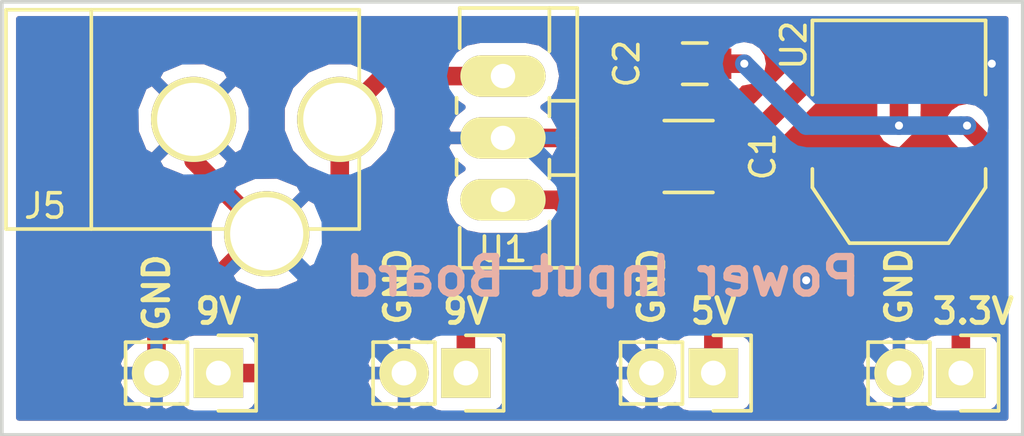
<source format=kicad_pcb>
(kicad_pcb (version 4) (host pcbnew 4.0.1-3.201512221402+6198~38~ubuntu14.04.1-stable)

  (general
    (links 18)
    (no_connects 0)
    (area 97.714999 86.284999 139.775001 104.215001)
    (thickness 1.6)
    (drawings 13)
    (tracks 67)
    (zones 0)
    (modules 9)
    (nets 5)
  )

  (page A4)
  (title_block
    (company "Released under the CERN Open Hardware License v1.2")
    (comment 1 jeh.wicker@gmail.com)
    (comment 2 "Jenner Hanni")
    (comment 3 "Wickerbox Electronics")
  )

  (layers
    (0 F.Cu signal)
    (31 B.Cu signal)
    (34 B.Paste user)
    (35 F.Paste user)
    (36 B.SilkS user)
    (37 F.SilkS user)
    (38 B.Mask user)
    (39 F.Mask user)
    (44 Edge.Cuts user)
  )

  (setup
    (last_trace_width 0.762)
    (user_trace_width 0.1524)
    (user_trace_width 0.254)
    (user_trace_width 0.3302)
    (user_trace_width 0.508)
    (user_trace_width 0.762)
    (trace_clearance 0.254)
    (zone_clearance 0.508)
    (zone_45_only no)
    (trace_min 0.1524)
    (segment_width 0.2)
    (edge_width 0.15)
    (via_size 0.6858)
    (via_drill 0.3302)
    (via_min_size 0.6858)
    (via_min_drill 0.3302)
    (user_via 0.6858 0.3302)
    (user_via 0.762 0.4064)
    (user_via 0.8636 0.508)
    (uvia_size 0.762)
    (uvia_drill 0.508)
    (uvias_allowed no)
    (uvia_min_size 0)
    (uvia_min_drill 0)
    (pcb_text_width 0.3)
    (pcb_text_size 1.5 1.5)
    (mod_edge_width 0.15)
    (mod_text_size 1 1)
    (mod_text_width 0.15)
    (pad_size 3.5052 3.5052)
    (pad_drill 2.9972)
    (pad_to_mask_clearance 0.2)
    (aux_axis_origin 0 0)
    (visible_elements FFFEDF7D)
    (pcbplotparams
      (layerselection 0x010fc_80000001)
      (usegerberextensions true)
      (excludeedgelayer true)
      (linewidth 0.100000)
      (plotframeref false)
      (viasonmask false)
      (mode 1)
      (useauxorigin false)
      (hpglpennumber 1)
      (hpglpenspeed 20)
      (hpglpendiameter 15)
      (hpglpenoverlay 2)
      (psnegative false)
      (psa4output false)
      (plotreference true)
      (plotvalue true)
      (plotinvisibletext false)
      (padsonsilk false)
      (subtractmaskfromsilk false)
      (outputformat 1)
      (mirror false)
      (drillshape 0)
      (scaleselection 1)
      (outputdirectory gerbers))
  )

  (net 0 "")
  (net 1 GND)
  (net 2 +5V)
  (net 3 +3V3)
  (net 4 +9V)

  (net_class Default "This is the default net class."
    (clearance 0.254)
    (trace_width 0.1524)
    (via_dia 0.6858)
    (via_drill 0.3302)
    (uvia_dia 0.762)
    (uvia_drill 0.508)
    (add_net +3V3)
    (add_net +5V)
    (add_net +9V)
    (add_net GND)
  )

  (net_class Power ""
    (clearance 0.3302)
    (trace_width 0.508)
    (via_dia 0.762)
    (via_drill 0.4064)
    (uvia_dia 0.762)
    (uvia_drill 0.508)
  )

  (module Wickerlib:Pin_Header_Straight_1x02 (layer F.Cu) (tedit 57314A21) (tstamp 57314722)
    (at 106.68 101.6 270)
    (descr "Through hole pin header")
    (tags "pin header")
    (path /57318C24)
    (fp_text reference J1 (at 0 -5.1 270) (layer F.SilkS) hide
      (effects (font (size 1 1) (thickness 0.15)))
    )
    (fp_text value HEADER-MALE-2POS-TH-1x02-P0.1IN (at 0 -3.1 270) (layer F.Fab)
      (effects (font (size 1 1) (thickness 0.15)))
    )
    (fp_line (start 1.27 1.27) (end 1.27 3.81) (layer F.SilkS) (width 0.15))
    (fp_line (start 1.55 -1.55) (end 1.55 0) (layer F.SilkS) (width 0.15))
    (fp_line (start -1.75 -1.75) (end -1.75 4.3) (layer F.CrtYd) (width 0.05))
    (fp_line (start 1.75 -1.75) (end 1.75 4.3) (layer F.CrtYd) (width 0.05))
    (fp_line (start -1.75 -1.75) (end 1.75 -1.75) (layer F.CrtYd) (width 0.05))
    (fp_line (start -1.75 4.3) (end 1.75 4.3) (layer F.CrtYd) (width 0.05))
    (fp_line (start 1.27 1.27) (end -1.27 1.27) (layer F.SilkS) (width 0.15))
    (fp_line (start -1.55 0) (end -1.55 -1.55) (layer F.SilkS) (width 0.15))
    (fp_line (start -1.55 -1.55) (end 1.55 -1.55) (layer F.SilkS) (width 0.15))
    (fp_line (start -1.27 1.27) (end -1.27 3.81) (layer F.SilkS) (width 0.15))
    (fp_line (start -1.27 3.81) (end 1.27 3.81) (layer F.SilkS) (width 0.15))
    (pad 1 thru_hole rect (at 0 0 270) (size 2.032 2.032) (drill 1.016) (layers *.Cu *.Mask F.SilkS)
      (net 4 +9V))
    (pad 2 thru_hole oval (at 0 2.54 270) (size 2.032 2.032) (drill 1.016) (layers *.Cu *.Mask F.SilkS)
      (net 1 GND))
    (model Pin_Headers.3dshapes/Pin_Header_Straight_1x02.wrl
      (at (xyz 0 -0.05 0))
      (scale (xyz 1 1 1))
      (rotate (xyz 0 0 90))
    )
  )

  (module Wickerlib:Pin_Header_Straight_1x02 (layer F.Cu) (tedit 57314A23) (tstamp 57314728)
    (at 116.84 101.6 270)
    (descr "Through hole pin header")
    (tags "pin header")
    (path /57318D09)
    (fp_text reference J2 (at 0 -5.1 270) (layer F.SilkS) hide
      (effects (font (size 1 1) (thickness 0.15)))
    )
    (fp_text value HEADER-MALE-2POS-TH-1x02-P0.1IN (at 0 -3.1 270) (layer F.Fab)
      (effects (font (size 1 1) (thickness 0.15)))
    )
    (fp_line (start 1.27 1.27) (end 1.27 3.81) (layer F.SilkS) (width 0.15))
    (fp_line (start 1.55 -1.55) (end 1.55 0) (layer F.SilkS) (width 0.15))
    (fp_line (start -1.75 -1.75) (end -1.75 4.3) (layer F.CrtYd) (width 0.05))
    (fp_line (start 1.75 -1.75) (end 1.75 4.3) (layer F.CrtYd) (width 0.05))
    (fp_line (start -1.75 -1.75) (end 1.75 -1.75) (layer F.CrtYd) (width 0.05))
    (fp_line (start -1.75 4.3) (end 1.75 4.3) (layer F.CrtYd) (width 0.05))
    (fp_line (start 1.27 1.27) (end -1.27 1.27) (layer F.SilkS) (width 0.15))
    (fp_line (start -1.55 0) (end -1.55 -1.55) (layer F.SilkS) (width 0.15))
    (fp_line (start -1.55 -1.55) (end 1.55 -1.55) (layer F.SilkS) (width 0.15))
    (fp_line (start -1.27 1.27) (end -1.27 3.81) (layer F.SilkS) (width 0.15))
    (fp_line (start -1.27 3.81) (end 1.27 3.81) (layer F.SilkS) (width 0.15))
    (pad 1 thru_hole rect (at 0 0 270) (size 2.032 2.032) (drill 1.016) (layers *.Cu *.Mask F.SilkS)
      (net 4 +9V))
    (pad 2 thru_hole oval (at 0 2.54 270) (size 2.032 2.032) (drill 1.016) (layers *.Cu *.Mask F.SilkS)
      (net 1 GND))
    (model Pin_Headers.3dshapes/Pin_Header_Straight_1x02.wrl
      (at (xyz 0 -0.05 0))
      (scale (xyz 1 1 1))
      (rotate (xyz 0 0 90))
    )
  )

  (module Wickerlib:Pin_Header_Straight_1x02 (layer F.Cu) (tedit 57314A25) (tstamp 5731472E)
    (at 127 101.6 270)
    (descr "Through hole pin header")
    (tags "pin header")
    (path /57318D72)
    (fp_text reference J3 (at 0 -5.1 270) (layer F.SilkS) hide
      (effects (font (size 1 1) (thickness 0.15)))
    )
    (fp_text value HEADER-MALE-2POS-TH-1x02-P0.1IN (at 0 -3.1 270) (layer F.Fab)
      (effects (font (size 1 1) (thickness 0.15)))
    )
    (fp_line (start 1.27 1.27) (end 1.27 3.81) (layer F.SilkS) (width 0.15))
    (fp_line (start 1.55 -1.55) (end 1.55 0) (layer F.SilkS) (width 0.15))
    (fp_line (start -1.75 -1.75) (end -1.75 4.3) (layer F.CrtYd) (width 0.05))
    (fp_line (start 1.75 -1.75) (end 1.75 4.3) (layer F.CrtYd) (width 0.05))
    (fp_line (start -1.75 -1.75) (end 1.75 -1.75) (layer F.CrtYd) (width 0.05))
    (fp_line (start -1.75 4.3) (end 1.75 4.3) (layer F.CrtYd) (width 0.05))
    (fp_line (start 1.27 1.27) (end -1.27 1.27) (layer F.SilkS) (width 0.15))
    (fp_line (start -1.55 0) (end -1.55 -1.55) (layer F.SilkS) (width 0.15))
    (fp_line (start -1.55 -1.55) (end 1.55 -1.55) (layer F.SilkS) (width 0.15))
    (fp_line (start -1.27 1.27) (end -1.27 3.81) (layer F.SilkS) (width 0.15))
    (fp_line (start -1.27 3.81) (end 1.27 3.81) (layer F.SilkS) (width 0.15))
    (pad 1 thru_hole rect (at 0 0 270) (size 2.032 2.032) (drill 1.016) (layers *.Cu *.Mask F.SilkS)
      (net 2 +5V))
    (pad 2 thru_hole oval (at 0 2.54 270) (size 2.032 2.032) (drill 1.016) (layers *.Cu *.Mask F.SilkS)
      (net 1 GND))
    (model Pin_Headers.3dshapes/Pin_Header_Straight_1x02.wrl
      (at (xyz 0 -0.05 0))
      (scale (xyz 1 1 1))
      (rotate (xyz 0 0 90))
    )
  )

  (module Wickerlib:Pin_Header_Straight_1x02 (layer F.Cu) (tedit 57314A28) (tstamp 57314734)
    (at 137.16 101.6 270)
    (descr "Through hole pin header")
    (tags "pin header")
    (path /57318DE0)
    (fp_text reference J4 (at 0 -5.1 270) (layer F.SilkS) hide
      (effects (font (size 1 1) (thickness 0.15)))
    )
    (fp_text value HEADER-MALE-2POS-TH-1x02-P0.1IN (at 0 -3.1 270) (layer F.Fab)
      (effects (font (size 1 1) (thickness 0.15)))
    )
    (fp_line (start 1.27 1.27) (end 1.27 3.81) (layer F.SilkS) (width 0.15))
    (fp_line (start 1.55 -1.55) (end 1.55 0) (layer F.SilkS) (width 0.15))
    (fp_line (start -1.75 -1.75) (end -1.75 4.3) (layer F.CrtYd) (width 0.05))
    (fp_line (start 1.75 -1.75) (end 1.75 4.3) (layer F.CrtYd) (width 0.05))
    (fp_line (start -1.75 -1.75) (end 1.75 -1.75) (layer F.CrtYd) (width 0.05))
    (fp_line (start -1.75 4.3) (end 1.75 4.3) (layer F.CrtYd) (width 0.05))
    (fp_line (start 1.27 1.27) (end -1.27 1.27) (layer F.SilkS) (width 0.15))
    (fp_line (start -1.55 0) (end -1.55 -1.55) (layer F.SilkS) (width 0.15))
    (fp_line (start -1.55 -1.55) (end 1.55 -1.55) (layer F.SilkS) (width 0.15))
    (fp_line (start -1.27 1.27) (end -1.27 3.81) (layer F.SilkS) (width 0.15))
    (fp_line (start -1.27 3.81) (end 1.27 3.81) (layer F.SilkS) (width 0.15))
    (pad 1 thru_hole rect (at 0 0 270) (size 2.032 2.032) (drill 1.016) (layers *.Cu *.Mask F.SilkS)
      (net 3 +3V3))
    (pad 2 thru_hole oval (at 0 2.54 270) (size 2.032 2.032) (drill 1.016) (layers *.Cu *.Mask F.SilkS)
      (net 1 GND))
    (model Pin_Headers.3dshapes/Pin_Header_Straight_1x02.wrl
      (at (xyz 0 -0.05 0))
      (scale (xyz 1 1 1))
      (rotate (xyz 0 0 90))
    )
  )

  (module Wickerlib:BARREL_JACK (layer F.Cu) (tedit 57243FED) (tstamp 5731473B)
    (at 105.46334 91.186)
    (descr "DC Barrel Jack")
    (tags "Power Jack")
    (path /57315B33)
    (fp_text reference J5 (at -5.89534 3.556 180) (layer F.SilkS)
      (effects (font (size 1 1) (thickness 0.15)))
    )
    (fp_text value BARREL_JACK (at 0 -5.99948) (layer F.Fab)
      (effects (font (size 1 1) (thickness 0.15)))
    )
    (fp_line (start -4.0005 -4.50088) (end -4.0005 4.50088) (layer F.SilkS) (width 0.15))
    (fp_line (start -7.50062 -4.50088) (end -7.50062 4.50088) (layer F.SilkS) (width 0.15))
    (fp_line (start -7.50062 4.50088) (end 7.00024 4.50088) (layer F.SilkS) (width 0.15))
    (fp_line (start 7.00024 4.50088) (end 7.00024 -4.50088) (layer F.SilkS) (width 0.15))
    (fp_line (start 7.00024 -4.50088) (end -7.50062 -4.50088) (layer F.SilkS) (width 0.15))
    (pad 1 thru_hole circle (at 6.20014 0) (size 3.50012 3.50012) (drill 2.99974) (layers *.Cu *.Mask F.SilkS)
      (net 4 +9V))
    (pad 2 thru_hole circle (at 0.20066 0) (size 3.50012 3.50012) (drill 2.99974) (layers *.Cu *.Mask F.SilkS)
      (net 1 GND))
    (pad 3 thru_hole circle (at 3.2004 4.699) (size 3.50012 3.50012) (drill 2.99974) (layers *.Cu *.Mask F.SilkS)
      (net 1 GND))
  )

  (module Wickerlib:TO-220_Neutral123_Vertical_LargePads (layer F.Cu) (tedit 0) (tstamp 57314742)
    (at 118.364 91.948 270)
    (descr "TO-220, Neutral, Vertical, Large Pads,")
    (tags "TO-220, Neutral, Vertical, Large Pads,")
    (path /573180B5)
    (fp_text reference U1 (at 4.572 0 360) (layer F.SilkS)
      (effects (font (size 1 1) (thickness 0.15)))
    )
    (fp_text value NCP7805-5V (at 0 3.81 270) (layer F.Fab)
      (effects (font (size 1 1) (thickness 0.15)))
    )
    (fp_line (start 5.334 -1.905) (end 3.429 -1.905) (layer F.SilkS) (width 0.15))
    (fp_line (start 0.889 -1.905) (end 1.651 -1.905) (layer F.SilkS) (width 0.15))
    (fp_line (start -1.524 -1.905) (end -1.651 -1.905) (layer F.SilkS) (width 0.15))
    (fp_line (start -1.524 -1.905) (end -0.889 -1.905) (layer F.SilkS) (width 0.15))
    (fp_line (start -5.334 -1.905) (end -3.556 -1.905) (layer F.SilkS) (width 0.15))
    (fp_line (start -5.334 1.778) (end -3.683 1.778) (layer F.SilkS) (width 0.15))
    (fp_line (start -1.016 1.905) (end -1.651 1.905) (layer F.SilkS) (width 0.15))
    (fp_line (start 1.524 1.905) (end 0.889 1.905) (layer F.SilkS) (width 0.15))
    (fp_line (start 5.334 1.778) (end 3.683 1.778) (layer F.SilkS) (width 0.15))
    (fp_line (start -1.524 -3.048) (end -1.524 -1.905) (layer F.SilkS) (width 0.15))
    (fp_line (start 1.524 -3.048) (end 1.524 -1.905) (layer F.SilkS) (width 0.15))
    (fp_line (start 5.334 -1.905) (end 5.334 1.778) (layer F.SilkS) (width 0.15))
    (fp_line (start -5.334 1.778) (end -5.334 -1.905) (layer F.SilkS) (width 0.15))
    (fp_line (start 5.334 -3.048) (end 5.334 -1.905) (layer F.SilkS) (width 0.15))
    (fp_line (start -5.334 -1.905) (end -5.334 -3.048) (layer F.SilkS) (width 0.15))
    (fp_line (start 0 -3.048) (end -5.334 -3.048) (layer F.SilkS) (width 0.15))
    (fp_line (start 0 -3.048) (end 5.334 -3.048) (layer F.SilkS) (width 0.15))
    (pad 2 thru_hole oval (at 0 0) (size 3.50012 1.69926) (drill 1.00076) (layers *.Cu *.Mask F.SilkS)
      (net 1 GND))
    (pad 1 thru_hole oval (at -2.54 0) (size 3.50012 1.69926) (drill 1.00076) (layers *.Cu *.Mask F.SilkS)
      (net 4 +9V))
    (pad 3 thru_hole oval (at 2.54 0) (size 3.50012 1.69926) (drill 1.00076) (layers *.Cu *.Mask F.SilkS)
      (net 2 +5V))
    (model TO_SOT_Packages_THT.3dshapes/TO-220_Neutral123_Vertical_LargePads.wrl
      (at (xyz 0 0 0))
      (scale (xyz 0.3937 0.3937 0.3937))
      (rotate (xyz 0 0 0))
    )
  )

  (module Wickerlib:0805 (layer F.Cu) (tedit 5415D6EA) (tstamp 56EFB066)
    (at 126.238 88.9 180)
    (descr "Capacitor SMD 0805, reflow soldering, AVX (see smccp.pdf)")
    (tags "capacitor 0805")
    (path /5731911C)
    (attr smd)
    (fp_text reference C2 (at 2.794 0 270) (layer F.SilkS)
      (effects (font (size 1 1) (thickness 0.15)))
    )
    (fp_text value 10uF (at 0 2.1 180) (layer F.Fab)
      (effects (font (size 1 1) (thickness 0.15)))
    )
    (fp_line (start -1.8 -1) (end 1.8 -1) (layer F.CrtYd) (width 0.05))
    (fp_line (start -1.8 1) (end 1.8 1) (layer F.CrtYd) (width 0.05))
    (fp_line (start -1.8 -1) (end -1.8 1) (layer F.CrtYd) (width 0.05))
    (fp_line (start 1.8 -1) (end 1.8 1) (layer F.CrtYd) (width 0.05))
    (fp_line (start 0.5 -0.85) (end -0.5 -0.85) (layer F.SilkS) (width 0.15))
    (fp_line (start -0.5 0.85) (end 0.5 0.85) (layer F.SilkS) (width 0.15))
    (pad 1 smd rect (at -1 0 180) (size 1 1.25) (layers F.Cu F.Paste F.Mask)
      (net 3 +3V3))
    (pad 2 smd rect (at 1 0 180) (size 1 1.25) (layers F.Cu F.Paste F.Mask)
      (net 1 GND))
    (model Capacitors_SMD.3dshapes/C_0805.wrl
      (at (xyz 0 0 0))
      (scale (xyz 1 1 1))
      (rotate (xyz 0 0 0))
    )
  )

  (module Wickerlib:1210 (layer F.Cu) (tedit 5415D85D) (tstamp 56EFB060)
    (at 125.984 92.71 180)
    (descr "Capacitor SMD 1210, reflow soldering, AVX (see smccp.pdf)")
    (tags "capacitor 1210")
    (path /57319251)
    (attr smd)
    (fp_text reference C1 (at -3.048 0 270) (layer F.SilkS)
      (effects (font (size 1 1) (thickness 0.15)))
    )
    (fp_text value 100nF (at 0 2.7 180) (layer F.Fab)
      (effects (font (size 1 1) (thickness 0.15)))
    )
    (fp_line (start -2.3 -1.6) (end 2.3 -1.6) (layer F.CrtYd) (width 0.05))
    (fp_line (start -2.3 1.6) (end 2.3 1.6) (layer F.CrtYd) (width 0.05))
    (fp_line (start -2.3 -1.6) (end -2.3 1.6) (layer F.CrtYd) (width 0.05))
    (fp_line (start 2.3 -1.6) (end 2.3 1.6) (layer F.CrtYd) (width 0.05))
    (fp_line (start 1 -1.475) (end -1 -1.475) (layer F.SilkS) (width 0.15))
    (fp_line (start -1 1.475) (end 1 1.475) (layer F.SilkS) (width 0.15))
    (pad 1 smd rect (at -1.5 0 180) (size 1 2.5) (layers F.Cu F.Paste F.Mask)
      (net 2 +5V))
    (pad 2 smd rect (at 1.5 0 180) (size 1 2.5) (layers F.Cu F.Paste F.Mask)
      (net 1 GND))
    (model Capacitors_SMD.3dshapes/C_1210.wrl
      (at (xyz 0 0 0))
      (scale (xyz 1 1 1))
      (rotate (xyz 0 0 0))
    )
  )

  (module Wickerlib:SOT-223 (layer F.Cu) (tedit 0) (tstamp 573149EE)
    (at 134.62 91.694 180)
    (descr "module CMS SOT223 4 pins")
    (tags "CMS SOT")
    (path /57324252)
    (attr smd)
    (fp_text reference U2 (at 4.318 3.556 270) (layer F.SilkS)
      (effects (font (size 1 1) (thickness 0.15)))
    )
    (fp_text value LM1117 (at 0 0.762 180) (layer F.Fab)
      (effects (font (size 1 1) (thickness 0.15)))
    )
    (fp_line (start -3.556 1.524) (end -3.556 4.572) (layer F.SilkS) (width 0.15))
    (fp_line (start -3.556 4.572) (end 3.556 4.572) (layer F.SilkS) (width 0.15))
    (fp_line (start 3.556 4.572) (end 3.556 1.524) (layer F.SilkS) (width 0.15))
    (fp_line (start -3.556 -1.524) (end -3.556 -2.286) (layer F.SilkS) (width 0.15))
    (fp_line (start -3.556 -2.286) (end -2.032 -4.572) (layer F.SilkS) (width 0.15))
    (fp_line (start -2.032 -4.572) (end 2.032 -4.572) (layer F.SilkS) (width 0.15))
    (fp_line (start 2.032 -4.572) (end 3.556 -2.286) (layer F.SilkS) (width 0.15))
    (fp_line (start 3.556 -2.286) (end 3.556 -1.524) (layer F.SilkS) (width 0.15))
    (pad 4 smd rect (at 0 -3.302 180) (size 3.6576 2.032) (layers F.Cu F.Paste F.Mask)
      (net 3 +3V3))
    (pad 2 smd rect (at 0 3.302 180) (size 1.016 2.032) (layers F.Cu F.Paste F.Mask)
      (net 3 +3V3))
    (pad 3 smd rect (at 2.286 3.302 180) (size 1.016 2.032) (layers F.Cu F.Paste F.Mask)
      (net 2 +5V))
    (pad 1 smd rect (at -2.286 3.302 180) (size 1.016 2.032) (layers F.Cu F.Paste F.Mask)
      (net 1 GND))
    (model TO_SOT_Packages_SMD.3dshapes/SOT-223.wrl
      (at (xyz 0 0 0))
      (scale (xyz 0.4 0.4 0.4))
      (rotate (xyz 0 0 0))
    )
  )

  (gr_text "Power Input Board" (at 122.4534 97.6376) (layer B.SilkS)
    (effects (font (size 1.5 1.5) (thickness 0.3)) (justify mirror))
  )
  (gr_line (start 97.79 86.36) (end 139.7 86.36) (layer Edge.Cuts) (width 0.15))
  (gr_line (start 97.79 104.14) (end 97.79 86.36) (layer Edge.Cuts) (width 0.15))
  (gr_line (start 139.7 104.14) (end 97.79 104.14) (layer Edge.Cuts) (width 0.15))
  (gr_line (start 139.7 86.36) (end 139.7 104.14) (layer Edge.Cuts) (width 0.15))
  (gr_text 3.3V (at 137.668 99.06) (layer F.SilkS) (tstamp 56EFB4E9)
    (effects (font (size 1.016 1.016) (thickness 0.2032)))
  )
  (gr_text 5V (at 127 99.06) (layer F.SilkS) (tstamp 56EFB4E8)
    (effects (font (size 1.016 1.016) (thickness 0.2032)))
  )
  (gr_text GND (at 134.62 98.044 90) (layer F.SilkS) (tstamp 56EFB4E5)
    (effects (font (size 1.016 1.016) (thickness 0.2032)))
  )
  (gr_text GND (at 124.46 98.044 90) (layer F.SilkS) (tstamp 56EFB4E4)
    (effects (font (size 1.016 1.016) (thickness 0.2032)))
  )
  (gr_text 9V (at 116.84 99.06) (layer F.SilkS) (tstamp 56EFB454)
    (effects (font (size 1.016 1.016) (thickness 0.2032)))
  )
  (gr_text GND (at 114.046 98.044 90) (layer F.SilkS) (tstamp 56EFB41B)
    (effects (font (size 1.016 1.016) (thickness 0.2032)))
  )
  (gr_text GND (at 104.14 98.298 90) (layer F.SilkS) (tstamp 56EFB416)
    (effects (font (size 1.016 1.016) (thickness 0.2032)))
  )
  (gr_text 9V (at 106.68 99.06) (layer F.SilkS)
    (effects (font (size 1.016 1.016) (thickness 0.2032)))
  )

  (segment (start 195.58 96.52) (end 195.58 129.54) (width 0.1524) (layer Dwgs.User) (net 0))
  (segment (start 136.906 88.138) (end 137.668 88.138) (width 0.762) (layer F.Cu) (net 1))
  (segment (start 137.668 88.138) (end 138.43 88.9) (width 0.762) (layer F.Cu) (net 1))
  (via (at 138.43 88.9) (size 0.6858) (drill 0.3302) (layers F.Cu B.Cu) (net 1))
  (segment (start 130.81 97.79) (end 130.81 93.98) (width 0.762) (layer F.Cu) (net 1))
  (segment (start 134.786855 92.71) (end 135.89 91.606855) (width 0.762) (layer F.Cu) (net 1))
  (segment (start 130.81 93.98) (end 132.08 92.71) (width 0.762) (layer F.Cu) (net 1))
  (segment (start 132.08 92.71) (end 134.786855 92.71) (width 0.762) (layer F.Cu) (net 1))
  (segment (start 135.89 91.606855) (end 135.89 90.932) (width 0.762) (layer F.Cu) (net 1))
  (segment (start 135.89 90.932) (end 136.906 89.916) (width 0.762) (layer F.Cu) (net 1))
  (segment (start 136.906 89.916) (end 136.906 88.138) (width 0.762) (layer F.Cu) (net 1))
  (via (at 130.81 97.79) (size 0.6858) (drill 0.3302) (layers F.Cu B.Cu) (net 1))
  (segment (start 122.808999 97.79) (end 122.808999 95.639889) (width 0.762) (layer B.Cu) (net 1))
  (segment (start 122.808999 99.948999) (end 122.808999 97.79) (width 0.762) (layer B.Cu) (net 1))
  (segment (start 122.808999 97.79) (end 130.81 97.79) (width 0.762) (layer B.Cu) (net 1))
  (segment (start 130.81 97.79) (end 134.62 101.6) (width 0.762) (layer B.Cu) (net 1))
  (segment (start 124.46 101.6) (end 122.808999 99.948999) (width 0.762) (layer B.Cu) (net 1))
  (segment (start 122.808999 95.639889) (end 119.11711 91.948) (width 0.762) (layer B.Cu) (net 1))
  (segment (start 119.11711 91.948) (end 118.618 91.948) (width 0.762) (layer B.Cu) (net 1))
  (segment (start 125.238 88.9) (end 125.238 91.44) (width 0.762) (layer F.Cu) (net 1))
  (segment (start 125.238 91.44) (end 125.238 92.71) (width 0.762) (layer F.Cu) (net 1))
  (segment (start 118.618 91.948) (end 124.73 91.948) (width 0.762) (layer F.Cu) (net 1))
  (segment (start 124.73 91.948) (end 125.238 91.44) (width 0.762) (layer F.Cu) (net 1))
  (segment (start 114.3 101.6) (end 111.76 99.06) (width 0.762) (layer B.Cu) (net 1))
  (segment (start 111.76 99.06) (end 108.66374 95.96374) (width 0.762) (layer B.Cu) (net 1))
  (segment (start 118.618 91.948) (end 118.11889 91.948) (width 0.762) (layer B.Cu) (net 1))
  (segment (start 111.76 98.30689) (end 111.76 99.06) (width 0.762) (layer B.Cu) (net 1))
  (segment (start 108.66374 95.96374) (end 108.66374 95.885) (width 0.762) (layer B.Cu) (net 1))
  (segment (start 105.664 91.186) (end 105.664 92.88526) (width 0.762) (layer F.Cu) (net 1))
  (segment (start 105.664 92.88526) (end 108.66374 95.885) (width 0.762) (layer F.Cu) (net 1))
  (segment (start 104.14 101.6) (end 104.14 100.16316) (width 0.762) (layer F.Cu) (net 1))
  (segment (start 104.14 100.16316) (end 108.41816 95.885) (width 0.762) (layer F.Cu) (net 1))
  (segment (start 108.41816 95.885) (end 108.66374 95.885) (width 0.762) (layer F.Cu) (net 1))
  (segment (start 127.238 92.71) (end 127.762 92.71) (width 0.762) (layer F.Cu) (net 2))
  (segment (start 127.762 92.71) (end 132.334 88.138) (width 0.762) (layer F.Cu) (net 2))
  (segment (start 124.968 97.79) (end 127.238 95.52) (width 0.762) (layer F.Cu) (net 2))
  (segment (start 127.238 95.52) (end 127.238 92.71) (width 0.762) (layer F.Cu) (net 2))
  (segment (start 123.93168 97.79) (end 124.968 97.79) (width 0.762) (layer F.Cu) (net 2))
  (segment (start 124.968 97.79) (end 127 99.822) (width 0.762) (layer F.Cu) (net 2))
  (segment (start 127 99.822) (end 127 101.6) (width 0.762) (layer F.Cu) (net 2))
  (segment (start 118.618 94.488) (end 120.62968 94.488) (width 0.762) (layer F.Cu) (net 2))
  (segment (start 120.62968 94.488) (end 123.93168 97.79) (width 0.762) (layer F.Cu) (net 2))
  (segment (start 134.62 94.996) (end 138.176 94.996) (width 0.762) (layer F.Cu) (net 3))
  (segment (start 138.176 94.996) (end 138.43 94.742) (width 0.762) (layer F.Cu) (net 3))
  (segment (start 138.43 97.79) (end 138.43 94.742) (width 0.762) (layer F.Cu) (net 3))
  (segment (start 138.43 94.742) (end 138.43 92.456) (width 0.762) (layer F.Cu) (net 3))
  (segment (start 137.16 91.44) (end 137.414 91.44) (width 0.762) (layer B.Cu) (net 3))
  (via (at 137.414 91.44) (size 0.6858) (drill 0.3302) (layers F.Cu B.Cu) (net 3))
  (segment (start 134.62 91.44) (end 137.16 91.44) (width 0.762) (layer B.Cu) (net 3))
  (segment (start 134.62 91.44) (end 130.81 91.44) (width 0.762) (layer B.Cu) (net 3))
  (segment (start 130.81 91.44) (end 128.27 88.9) (width 0.762) (layer B.Cu) (net 3))
  (via (at 128.27 88.9) (size 0.6858) (drill 0.3302) (layers F.Cu B.Cu) (net 3))
  (segment (start 127.238 88.9) (end 128.27 88.9) (width 0.762) (layer F.Cu) (net 3))
  (via (at 134.62 91.44) (size 0.6858) (drill 0.3302) (layers F.Cu B.Cu) (net 3))
  (segment (start 134.62 88.138) (end 134.62 91.44) (width 0.762) (layer F.Cu) (net 3))
  (segment (start 137.16 101.6) (end 137.16 99.06) (width 0.762) (layer F.Cu) (net 3))
  (segment (start 137.16 99.06) (end 138.43 97.79) (width 0.762) (layer F.Cu) (net 3))
  (segment (start 138.43 92.456) (end 137.414 91.44) (width 0.762) (layer F.Cu) (net 3))
  (segment (start 118.618 89.408) (end 113.44148 89.408) (width 0.762) (layer F.Cu) (net 4))
  (segment (start 113.44148 89.408) (end 111.66348 91.186) (width 0.762) (layer F.Cu) (net 4))
  (segment (start 116.84 101.6) (end 116.84 99.822) (width 0.762) (layer F.Cu) (net 4))
  (segment (start 116.84 99.822) (end 115.41252 98.39452) (width 0.762) (layer F.Cu) (net 4))
  (segment (start 115.41252 98.39452) (end 111.66348 98.39452) (width 0.762) (layer F.Cu) (net 4))
  (segment (start 106.68 101.6) (end 108.458 101.6) (width 0.762) (layer F.Cu) (net 4))
  (segment (start 108.458 101.6) (end 111.66348 98.39452) (width 0.762) (layer F.Cu) (net 4))
  (segment (start 111.66348 98.39452) (end 111.66348 93.66455) (width 0.762) (layer F.Cu) (net 4))
  (segment (start 111.66348 93.66455) (end 111.66348 91.186) (width 0.762) (layer F.Cu) (net 4))

  (zone (net 1) (net_name GND) (layer F.Cu) (tstamp 0) (hatch edge 0.508)
    (connect_pads (clearance 0.508))
    (min_thickness 0.254)
    (fill yes (arc_segments 16) (thermal_gap 0.508) (thermal_bridge_width 0.508))
    (polygon
      (pts
        (xy 139.7 86.36) (xy 139.7 104.14) (xy 97.79 104.14) (xy 97.79 86.36)
      )
    )
    (filled_polygon
      (pts
        (xy 131.229569 87.12411) (xy 131.17856 87.376) (xy 131.17856 87.856599) (xy 128.182419 90.852741) (xy 127.984 90.81256)
        (xy 126.984 90.81256) (xy 126.748683 90.856838) (xy 126.532559 90.99591) (xy 126.387569 91.20811) (xy 126.33656 91.46)
        (xy 126.33656 92.265488) (xy 126.299338 92.321194) (xy 126.222 92.71) (xy 126.222 95.099159) (xy 124.54716 96.774)
        (xy 124.352521 96.774) (xy 121.3481 93.76958) (xy 121.018487 93.549338) (xy 120.914022 93.528559) (xy 120.62968 93.472)
        (xy 120.383527 93.472) (xy 120.360948 93.438208) (xy 120.023127 93.212484) (xy 120.294242 92.99575) (xy 123.349 92.99575)
        (xy 123.349 94.08631) (xy 123.445673 94.319699) (xy 123.624302 94.498327) (xy 123.857691 94.595) (xy 124.19825 94.595)
        (xy 124.357 94.43625) (xy 124.357 92.837) (xy 124.611 92.837) (xy 124.611 94.43625) (xy 124.76975 94.595)
        (xy 125.110309 94.595) (xy 125.343698 94.498327) (xy 125.522327 94.319699) (xy 125.619 94.08631) (xy 125.619 92.99575)
        (xy 125.46025 92.837) (xy 124.611 92.837) (xy 124.357 92.837) (xy 123.50775 92.837) (xy 123.349 92.99575)
        (xy 120.294242 92.99575) (xy 120.404024 92.907989) (xy 120.684649 92.39881) (xy 120.70554 92.304832) (xy 120.584214 92.075)
        (xy 118.491 92.075) (xy 118.491 92.095) (xy 118.237 92.095) (xy 118.237 92.075) (xy 116.143786 92.075)
        (xy 116.02246 92.304832) (xy 116.043351 92.39881) (xy 116.323976 92.907989) (xy 116.704873 93.212484) (xy 116.367052 93.438208)
        (xy 116.045225 93.919857) (xy 115.932214 94.488) (xy 116.045225 95.056143) (xy 116.367052 95.537792) (xy 116.848701 95.859619)
        (xy 117.416844 95.97263) (xy 119.311156 95.97263) (xy 119.879299 95.859619) (xy 120.290023 95.585183) (xy 123.213259 98.50842)
        (xy 123.433501 98.655581) (xy 123.542874 98.728662) (xy 123.93168 98.806) (xy 124.54716 98.806) (xy 125.732446 99.991286)
        (xy 125.532559 100.11991) (xy 125.42116 100.282948) (xy 125.324818 100.193615) (xy 124.842944 99.994025) (xy 124.587 100.113164)
        (xy 124.587 101.473) (xy 124.607 101.473) (xy 124.607 101.727) (xy 124.587 101.727) (xy 124.587 103.086836)
        (xy 124.842944 103.205975) (xy 125.324818 103.006385) (xy 125.422398 102.915903) (xy 125.51991 103.067441) (xy 125.73211 103.212431)
        (xy 125.984 103.26344) (xy 128.016 103.26344) (xy 128.251317 103.219162) (xy 128.467441 103.08009) (xy 128.612431 102.86789)
        (xy 128.66344 102.616) (xy 128.66344 101.982946) (xy 133.014017 101.982946) (xy 133.282812 102.568379) (xy 133.755182 103.006385)
        (xy 134.237056 103.205975) (xy 134.493 103.086836) (xy 134.493 101.727) (xy 133.132633 101.727) (xy 133.014017 101.982946)
        (xy 128.66344 101.982946) (xy 128.66344 101.217054) (xy 133.014017 101.217054) (xy 133.132633 101.473) (xy 134.493 101.473)
        (xy 134.493 100.113164) (xy 134.237056 99.994025) (xy 133.755182 100.193615) (xy 133.282812 100.631621) (xy 133.014017 101.217054)
        (xy 128.66344 101.217054) (xy 128.66344 100.584) (xy 128.619162 100.348683) (xy 128.48009 100.132559) (xy 128.26789 99.987569)
        (xy 128.016 99.93656) (xy 128.016 99.822) (xy 127.938662 99.433194) (xy 127.938662 99.433193) (xy 127.718421 99.10358)
        (xy 126.40484 97.79) (xy 127.956421 96.23842) (xy 128.176662 95.908807) (xy 128.206659 95.758) (xy 128.254 95.52)
        (xy 128.254 94.540844) (xy 128.435441 94.42409) (xy 128.580431 94.21189) (xy 128.63144 93.96) (xy 128.63144 93.2774)
        (xy 131.853401 90.05544) (xy 132.842 90.05544) (xy 133.077317 90.011162) (xy 133.293441 89.87209) (xy 133.438431 89.65989)
        (xy 133.476543 89.471686) (xy 133.508838 89.643317) (xy 133.604 89.791203) (xy 133.604 91.44) (xy 133.641934 91.630706)
        (xy 133.641931 91.633663) (xy 133.64307 91.63642) (xy 133.681338 91.828806) (xy 133.789362 91.990474) (xy 133.790493 91.993212)
        (xy 133.792604 91.995327) (xy 133.90158 92.15842) (xy 134.063249 92.266444) (xy 134.065341 92.26854) (xy 134.0681 92.269686)
        (xy 134.231194 92.378662) (xy 134.421896 92.416595) (xy 134.42463 92.41773) (xy 134.427616 92.417733) (xy 134.62 92.456)
        (xy 134.810706 92.418066) (xy 134.813663 92.418069) (xy 134.81642 92.41693) (xy 135.008806 92.378662) (xy 135.170474 92.270638)
        (xy 135.173212 92.269507) (xy 135.175327 92.267396) (xy 135.33842 92.15842) (xy 135.446444 91.996751) (xy 135.44854 91.994659)
        (xy 135.449686 91.9919) (xy 135.558662 91.828806) (xy 135.596595 91.638104) (xy 135.59773 91.63537) (xy 135.597733 91.632384)
        (xy 135.636 91.44) (xy 135.636 89.789313) (xy 135.724431 89.65989) (xy 135.763 89.469431) (xy 135.763 89.53431)
        (xy 135.859673 89.767699) (xy 136.038302 89.946327) (xy 136.271691 90.043) (xy 136.62025 90.043) (xy 136.779 89.88425)
        (xy 136.779 88.519) (xy 137.033 88.519) (xy 137.033 89.88425) (xy 137.19175 90.043) (xy 137.540309 90.043)
        (xy 137.773698 89.946327) (xy 137.952327 89.767699) (xy 138.049 89.53431) (xy 138.049 88.67775) (xy 137.89025 88.519)
        (xy 137.033 88.519) (xy 136.779 88.519) (xy 136.759 88.519) (xy 136.759 88.265) (xy 136.779 88.265)
        (xy 136.779 88.245) (xy 137.033 88.245) (xy 137.033 88.265) (xy 137.89025 88.265) (xy 138.049 88.10625)
        (xy 138.049 87.24969) (xy 137.97457 87.07) (xy 138.99 87.07) (xy 138.99 91.579159) (xy 138.13242 90.72158)
        (xy 137.97075 90.613555) (xy 137.968659 90.61146) (xy 137.965901 90.610315) (xy 137.802807 90.501338) (xy 137.612105 90.463406)
        (xy 137.60937 90.46227) (xy 137.606382 90.462267) (xy 137.414 90.424001) (xy 137.223296 90.461934) (xy 137.220337 90.461931)
        (xy 137.217578 90.463071) (xy 137.025193 90.501338) (xy 136.863524 90.609362) (xy 136.860788 90.610493) (xy 136.858674 90.612603)
        (xy 136.69558 90.72158) (xy 136.587555 90.88325) (xy 136.58546 90.885341) (xy 136.584315 90.888099) (xy 136.475338 91.051193)
        (xy 136.437406 91.241895) (xy 136.43627 91.24463) (xy 136.436267 91.247618) (xy 136.398001 91.44) (xy 136.435934 91.630704)
        (xy 136.435931 91.633663) (xy 136.437071 91.636422) (xy 136.475338 91.828807) (xy 136.583362 91.990476) (xy 136.584493 91.993212)
        (xy 136.586603 91.995326) (xy 136.69558 92.15842) (xy 137.414 92.876841) (xy 137.414 93.98) (xy 137.09624 93.98)
        (xy 137.051962 93.744683) (xy 136.91289 93.528559) (xy 136.70069 93.383569) (xy 136.4488 93.33256) (xy 132.7912 93.33256)
        (xy 132.555883 93.376838) (xy 132.339759 93.51591) (xy 132.194769 93.72811) (xy 132.14376 93.98) (xy 132.14376 96.012)
        (xy 132.188038 96.247317) (xy 132.32711 96.463441) (xy 132.53931 96.608431) (xy 132.7912 96.65944) (xy 136.4488 96.65944)
        (xy 136.684117 96.615162) (xy 136.900241 96.47609) (xy 137.045231 96.26389) (xy 137.09624 96.012) (xy 137.414 96.012)
        (xy 137.414 97.369159) (xy 136.44158 98.34158) (xy 136.221338 98.671193) (xy 136.221338 98.671194) (xy 136.144 99.06)
        (xy 136.144 99.93656) (xy 135.908683 99.980838) (xy 135.692559 100.11991) (xy 135.58116 100.282948) (xy 135.484818 100.193615)
        (xy 135.002944 99.994025) (xy 134.747 100.113164) (xy 134.747 101.473) (xy 134.767 101.473) (xy 134.767 101.727)
        (xy 134.747 101.727) (xy 134.747 103.086836) (xy 135.002944 103.205975) (xy 135.484818 103.006385) (xy 135.582398 102.915903)
        (xy 135.67991 103.067441) (xy 135.89211 103.212431) (xy 136.144 103.26344) (xy 138.176 103.26344) (xy 138.411317 103.219162)
        (xy 138.627441 103.08009) (xy 138.772431 102.86789) (xy 138.82344 102.616) (xy 138.82344 100.584) (xy 138.779162 100.348683)
        (xy 138.64009 100.132559) (xy 138.42789 99.987569) (xy 138.176 99.93656) (xy 138.176 99.48084) (xy 138.99 98.666841)
        (xy 138.99 103.43) (xy 98.5 103.43) (xy 98.5 101.982946) (xy 102.534017 101.982946) (xy 102.802812 102.568379)
        (xy 103.275182 103.006385) (xy 103.757056 103.205975) (xy 104.013 103.086836) (xy 104.013 101.727) (xy 102.652633 101.727)
        (xy 102.534017 101.982946) (xy 98.5 101.982946) (xy 98.5 101.217054) (xy 102.534017 101.217054) (xy 102.652633 101.473)
        (xy 104.013 101.473) (xy 104.013 100.113164) (xy 104.267 100.113164) (xy 104.267 101.473) (xy 104.287 101.473)
        (xy 104.287 101.727) (xy 104.267 101.727) (xy 104.267 103.086836) (xy 104.522944 103.205975) (xy 105.004818 103.006385)
        (xy 105.102398 102.915903) (xy 105.19991 103.067441) (xy 105.41211 103.212431) (xy 105.664 103.26344) (xy 107.696 103.26344)
        (xy 107.931317 103.219162) (xy 108.147441 103.08009) (xy 108.292431 102.86789) (xy 108.34344 102.616) (xy 108.458 102.616)
        (xy 108.7823 102.551493) (xy 108.846807 102.538662) (xy 109.17642 102.31842) (xy 109.511894 101.982946) (xy 112.694017 101.982946)
        (xy 112.962812 102.568379) (xy 113.435182 103.006385) (xy 113.917056 103.205975) (xy 114.173 103.086836) (xy 114.173 101.727)
        (xy 112.812633 101.727) (xy 112.694017 101.982946) (xy 109.511894 101.982946) (xy 110.277786 101.217054) (xy 112.694017 101.217054)
        (xy 112.812633 101.473) (xy 114.173 101.473) (xy 114.173 100.113164) (xy 113.917056 99.994025) (xy 113.435182 100.193615)
        (xy 112.962812 100.631621) (xy 112.694017 101.217054) (xy 110.277786 101.217054) (xy 112.084321 99.41052) (xy 114.99168 99.41052)
        (xy 115.572446 99.991286) (xy 115.372559 100.11991) (xy 115.26116 100.282948) (xy 115.164818 100.193615) (xy 114.682944 99.994025)
        (xy 114.427 100.113164) (xy 114.427 101.473) (xy 114.447 101.473) (xy 114.447 101.727) (xy 114.427 101.727)
        (xy 114.427 103.086836) (xy 114.682944 103.205975) (xy 115.164818 103.006385) (xy 115.262398 102.915903) (xy 115.35991 103.067441)
        (xy 115.57211 103.212431) (xy 115.824 103.26344) (xy 117.856 103.26344) (xy 118.091317 103.219162) (xy 118.307441 103.08009)
        (xy 118.452431 102.86789) (xy 118.50344 102.616) (xy 118.50344 101.982946) (xy 122.854017 101.982946) (xy 123.122812 102.568379)
        (xy 123.595182 103.006385) (xy 124.077056 103.205975) (xy 124.333 103.086836) (xy 124.333 101.727) (xy 122.972633 101.727)
        (xy 122.854017 101.982946) (xy 118.50344 101.982946) (xy 118.50344 101.217054) (xy 122.854017 101.217054) (xy 122.972633 101.473)
        (xy 124.333 101.473) (xy 124.333 100.113164) (xy 124.077056 99.994025) (xy 123.595182 100.193615) (xy 123.122812 100.631621)
        (xy 122.854017 101.217054) (xy 118.50344 101.217054) (xy 118.50344 100.584) (xy 118.459162 100.348683) (xy 118.32009 100.132559)
        (xy 118.10789 99.987569) (xy 117.856 99.93656) (xy 117.856 99.822) (xy 117.778662 99.433194) (xy 117.778662 99.433193)
        (xy 117.558421 99.10358) (xy 116.13094 97.6761) (xy 115.801327 97.455858) (xy 115.73682 97.443027) (xy 115.41252 97.37852)
        (xy 112.67948 97.37852) (xy 112.67948 93.346836) (xy 113.012743 93.209134) (xy 113.684256 92.538792) (xy 114.048125 91.662499)
        (xy 114.048953 90.713664) (xy 113.929266 90.424) (xy 116.344473 90.424) (xy 116.367052 90.457792) (xy 116.704873 90.683516)
        (xy 116.323976 90.988011) (xy 116.043351 91.49719) (xy 116.02246 91.591168) (xy 116.143786 91.821) (xy 118.237 91.821)
        (xy 118.237 91.801) (xy 118.491 91.801) (xy 118.491 91.821) (xy 120.584214 91.821) (xy 120.70554 91.591168)
        (xy 120.684649 91.49719) (xy 120.594539 91.33369) (xy 123.349 91.33369) (xy 123.349 92.42425) (xy 123.50775 92.583)
        (xy 124.357 92.583) (xy 124.357 90.98375) (xy 124.611 90.98375) (xy 124.611 92.583) (xy 125.46025 92.583)
        (xy 125.619 92.42425) (xy 125.619 91.33369) (xy 125.522327 91.100301) (xy 125.343698 90.921673) (xy 125.110309 90.825)
        (xy 124.76975 90.825) (xy 124.611 90.98375) (xy 124.357 90.98375) (xy 124.19825 90.825) (xy 123.857691 90.825)
        (xy 123.624302 90.921673) (xy 123.445673 91.100301) (xy 123.349 91.33369) (xy 120.594539 91.33369) (xy 120.404024 90.988011)
        (xy 120.023127 90.683516) (xy 120.360948 90.457792) (xy 120.682775 89.976143) (xy 120.795786 89.408) (xy 120.751578 89.18575)
        (xy 124.103 89.18575) (xy 124.103 89.65131) (xy 124.199673 89.884699) (xy 124.378302 90.063327) (xy 124.611691 90.16)
        (xy 124.95225 90.16) (xy 125.111 90.00125) (xy 125.111 89.027) (xy 124.26175 89.027) (xy 124.103 89.18575)
        (xy 120.751578 89.18575) (xy 120.682775 88.839857) (xy 120.360948 88.358208) (xy 120.047382 88.14869) (xy 124.103 88.14869)
        (xy 124.103 88.61425) (xy 124.26175 88.773) (xy 125.111 88.773) (xy 125.111 87.79875) (xy 125.365 87.79875)
        (xy 125.365 88.773) (xy 125.385 88.773) (xy 125.385 89.027) (xy 125.365 89.027) (xy 125.365 90.00125)
        (xy 125.52375 90.16) (xy 125.864309 90.16) (xy 126.097698 90.063327) (xy 126.238936 89.92209) (xy 126.27391 89.976441)
        (xy 126.48611 90.121431) (xy 126.738 90.17244) (xy 127.738 90.17244) (xy 127.973317 90.128162) (xy 128.189441 89.98909)
        (xy 128.239381 89.916) (xy 128.27 89.916) (xy 128.460706 89.878066) (xy 128.463663 89.878069) (xy 128.46642 89.87693)
        (xy 128.658806 89.838662) (xy 128.820474 89.730638) (xy 128.823212 89.729507) (xy 128.825327 89.727396) (xy 128.98842 89.61842)
        (xy 129.096444 89.456751) (xy 129.09854 89.454659) (xy 129.099686 89.4519) (xy 129.208662 89.288806) (xy 129.246595 89.098104)
        (xy 129.24773 89.09537) (xy 129.247733 89.092384) (xy 129.286 88.9) (xy 129.248066 88.709294) (xy 129.248069 88.706337)
        (xy 129.24693 88.70358) (xy 129.208662 88.511194) (xy 129.100638 88.349526) (xy 129.099507 88.346788) (xy 129.097396 88.344673)
        (xy 128.98842 88.18158) (xy 128.826751 88.073556) (xy 128.824659 88.07146) (xy 128.8219 88.070314) (xy 128.658806 87.961338)
        (xy 128.468104 87.923405) (xy 128.46537 87.92227) (xy 128.462384 87.922267) (xy 128.27 87.884) (xy 128.240983 87.884)
        (xy 128.20209 87.823559) (xy 127.98989 87.678569) (xy 127.738 87.62756) (xy 126.738 87.62756) (xy 126.502683 87.671838)
        (xy 126.286559 87.81091) (xy 126.240031 87.879006) (xy 126.097698 87.736673) (xy 125.864309 87.64) (xy 125.52375 87.64)
        (xy 125.365 87.79875) (xy 125.111 87.79875) (xy 124.95225 87.64) (xy 124.611691 87.64) (xy 124.378302 87.736673)
        (xy 124.199673 87.915301) (xy 124.103 88.14869) (xy 120.047382 88.14869) (xy 119.879299 88.036381) (xy 119.311156 87.92337)
        (xy 117.416844 87.92337) (xy 116.848701 88.036381) (xy 116.367052 88.358208) (xy 116.344473 88.392) (xy 113.44148 88.392)
        (xy 113.052673 88.469338) (xy 112.72306 88.689579) (xy 112.473001 88.939638) (xy 112.139979 88.801355) (xy 111.191144 88.800527)
        (xy 110.314217 89.162866) (xy 109.642704 89.833208) (xy 109.278835 90.709501) (xy 109.278007 91.658336) (xy 109.640346 92.535263)
        (xy 110.310688 93.206776) (xy 110.64748 93.346624) (xy 110.64748 94.52965) (xy 110.358311 94.370034) (xy 108.843345 95.885)
        (xy 110.358311 97.399966) (xy 110.64748 97.24035) (xy 110.64748 97.973679) (xy 108.288714 100.332446) (xy 108.16009 100.132559)
        (xy 107.94789 99.987569) (xy 107.696 99.93656) (xy 105.664 99.93656) (xy 105.428683 99.980838) (xy 105.212559 100.11991)
        (xy 105.10116 100.282948) (xy 105.004818 100.193615) (xy 104.522944 99.994025) (xy 104.267 100.113164) (xy 104.013 100.113164)
        (xy 103.757056 99.994025) (xy 103.275182 100.193615) (xy 102.802812 100.631621) (xy 102.534017 101.217054) (xy 98.5 101.217054)
        (xy 98.5 97.579571) (xy 107.148774 97.579571) (xy 107.339068 97.924319) (xy 108.220316 98.276015) (xy 109.169072 98.263701)
        (xy 109.988412 97.924319) (xy 110.178706 97.579571) (xy 108.66374 96.064605) (xy 107.148774 97.579571) (xy 98.5 97.579571)
        (xy 98.5 95.441576) (xy 106.272725 95.441576) (xy 106.285039 96.390332) (xy 106.624421 97.209672) (xy 106.969169 97.399966)
        (xy 108.484135 95.885) (xy 106.969169 94.370034) (xy 106.624421 94.560328) (xy 106.272725 95.441576) (xy 98.5 95.441576)
        (xy 98.5 94.190429) (xy 107.148774 94.190429) (xy 108.66374 95.705395) (xy 110.178706 94.190429) (xy 109.988412 93.845681)
        (xy 109.107164 93.493985) (xy 108.158408 93.506299) (xy 107.339068 93.845681) (xy 107.148774 94.190429) (xy 98.5 94.190429)
        (xy 98.5 92.880571) (xy 104.149034 92.880571) (xy 104.339328 93.225319) (xy 105.220576 93.577015) (xy 106.169332 93.564701)
        (xy 106.988672 93.225319) (xy 107.178966 92.880571) (xy 105.664 91.365605) (xy 104.149034 92.880571) (xy 98.5 92.880571)
        (xy 98.5 90.742576) (xy 103.272985 90.742576) (xy 103.285299 91.691332) (xy 103.624681 92.510672) (xy 103.969429 92.700966)
        (xy 105.484395 91.186) (xy 105.843605 91.186) (xy 107.358571 92.700966) (xy 107.703319 92.510672) (xy 108.055015 91.629424)
        (xy 108.042701 90.680668) (xy 107.703319 89.861328) (xy 107.358571 89.671034) (xy 105.843605 91.186) (xy 105.484395 91.186)
        (xy 103.969429 89.671034) (xy 103.624681 89.861328) (xy 103.272985 90.742576) (xy 98.5 90.742576) (xy 98.5 89.491429)
        (xy 104.149034 89.491429) (xy 105.664 91.006395) (xy 107.178966 89.491429) (xy 106.988672 89.146681) (xy 106.107424 88.794985)
        (xy 105.158668 88.807299) (xy 104.339328 89.146681) (xy 104.149034 89.491429) (xy 98.5 89.491429) (xy 98.5 87.07)
        (xy 131.266541 87.07)
      )
    )
  )
  (zone (net 1) (net_name GND) (layer B.Cu) (tstamp 56EFB5CB) (hatch edge 0.508)
    (connect_pads (clearance 0.508))
    (min_thickness 0.254)
    (fill yes (arc_segments 16) (thermal_gap 0.508) (thermal_bridge_width 0.508))
    (polygon
      (pts
        (xy 139.7 86.36) (xy 139.7 104.14) (xy 97.79 104.14) (xy 97.79 86.36)
      )
    )
    (filled_polygon
      (pts
        (xy 138.99 103.43) (xy 98.5 103.43) (xy 98.5 101.982946) (xy 102.534017 101.982946) (xy 102.802812 102.568379)
        (xy 103.275182 103.006385) (xy 103.757056 103.205975) (xy 104.013 103.086836) (xy 104.013 101.727) (xy 102.652633 101.727)
        (xy 102.534017 101.982946) (xy 98.5 101.982946) (xy 98.5 101.217054) (xy 102.534017 101.217054) (xy 102.652633 101.473)
        (xy 104.013 101.473) (xy 104.013 100.113164) (xy 104.267 100.113164) (xy 104.267 101.473) (xy 104.287 101.473)
        (xy 104.287 101.727) (xy 104.267 101.727) (xy 104.267 103.086836) (xy 104.522944 103.205975) (xy 105.004818 103.006385)
        (xy 105.102398 102.915903) (xy 105.19991 103.067441) (xy 105.41211 103.212431) (xy 105.664 103.26344) (xy 107.696 103.26344)
        (xy 107.931317 103.219162) (xy 108.147441 103.08009) (xy 108.292431 102.86789) (xy 108.34344 102.616) (xy 108.34344 101.982946)
        (xy 112.694017 101.982946) (xy 112.962812 102.568379) (xy 113.435182 103.006385) (xy 113.917056 103.205975) (xy 114.173 103.086836)
        (xy 114.173 101.727) (xy 112.812633 101.727) (xy 112.694017 101.982946) (xy 108.34344 101.982946) (xy 108.34344 101.217054)
        (xy 112.694017 101.217054) (xy 112.812633 101.473) (xy 114.173 101.473) (xy 114.173 100.113164) (xy 114.427 100.113164)
        (xy 114.427 101.473) (xy 114.447 101.473) (xy 114.447 101.727) (xy 114.427 101.727) (xy 114.427 103.086836)
        (xy 114.682944 103.205975) (xy 115.164818 103.006385) (xy 115.262398 102.915903) (xy 115.35991 103.067441) (xy 115.57211 103.212431)
        (xy 115.824 103.26344) (xy 117.856 103.26344) (xy 118.091317 103.219162) (xy 118.307441 103.08009) (xy 118.452431 102.86789)
        (xy 118.50344 102.616) (xy 118.50344 101.982946) (xy 122.854017 101.982946) (xy 123.122812 102.568379) (xy 123.595182 103.006385)
        (xy 124.077056 103.205975) (xy 124.333 103.086836) (xy 124.333 101.727) (xy 122.972633 101.727) (xy 122.854017 101.982946)
        (xy 118.50344 101.982946) (xy 118.50344 101.217054) (xy 122.854017 101.217054) (xy 122.972633 101.473) (xy 124.333 101.473)
        (xy 124.333 100.113164) (xy 124.587 100.113164) (xy 124.587 101.473) (xy 124.607 101.473) (xy 124.607 101.727)
        (xy 124.587 101.727) (xy 124.587 103.086836) (xy 124.842944 103.205975) (xy 125.324818 103.006385) (xy 125.422398 102.915903)
        (xy 125.51991 103.067441) (xy 125.73211 103.212431) (xy 125.984 103.26344) (xy 128.016 103.26344) (xy 128.251317 103.219162)
        (xy 128.467441 103.08009) (xy 128.612431 102.86789) (xy 128.66344 102.616) (xy 128.66344 101.982946) (xy 133.014017 101.982946)
        (xy 133.282812 102.568379) (xy 133.755182 103.006385) (xy 134.237056 103.205975) (xy 134.493 103.086836) (xy 134.493 101.727)
        (xy 133.132633 101.727) (xy 133.014017 101.982946) (xy 128.66344 101.982946) (xy 128.66344 101.217054) (xy 133.014017 101.217054)
        (xy 133.132633 101.473) (xy 134.493 101.473) (xy 134.493 100.113164) (xy 134.747 100.113164) (xy 134.747 101.473)
        (xy 134.767 101.473) (xy 134.767 101.727) (xy 134.747 101.727) (xy 134.747 103.086836) (xy 135.002944 103.205975)
        (xy 135.484818 103.006385) (xy 135.582398 102.915903) (xy 135.67991 103.067441) (xy 135.89211 103.212431) (xy 136.144 103.26344)
        (xy 138.176 103.26344) (xy 138.411317 103.219162) (xy 138.627441 103.08009) (xy 138.772431 102.86789) (xy 138.82344 102.616)
        (xy 138.82344 100.584) (xy 138.779162 100.348683) (xy 138.64009 100.132559) (xy 138.42789 99.987569) (xy 138.176 99.93656)
        (xy 136.144 99.93656) (xy 135.908683 99.980838) (xy 135.692559 100.11991) (xy 135.58116 100.282948) (xy 135.484818 100.193615)
        (xy 135.002944 99.994025) (xy 134.747 100.113164) (xy 134.493 100.113164) (xy 134.237056 99.994025) (xy 133.755182 100.193615)
        (xy 133.282812 100.631621) (xy 133.014017 101.217054) (xy 128.66344 101.217054) (xy 128.66344 100.584) (xy 128.619162 100.348683)
        (xy 128.48009 100.132559) (xy 128.26789 99.987569) (xy 128.016 99.93656) (xy 125.984 99.93656) (xy 125.748683 99.980838)
        (xy 125.532559 100.11991) (xy 125.42116 100.282948) (xy 125.324818 100.193615) (xy 124.842944 99.994025) (xy 124.587 100.113164)
        (xy 124.333 100.113164) (xy 124.077056 99.994025) (xy 123.595182 100.193615) (xy 123.122812 100.631621) (xy 122.854017 101.217054)
        (xy 118.50344 101.217054) (xy 118.50344 100.584) (xy 118.459162 100.348683) (xy 118.32009 100.132559) (xy 118.10789 99.987569)
        (xy 117.856 99.93656) (xy 115.824 99.93656) (xy 115.588683 99.980838) (xy 115.372559 100.11991) (xy 115.26116 100.282948)
        (xy 115.164818 100.193615) (xy 114.682944 99.994025) (xy 114.427 100.113164) (xy 114.173 100.113164) (xy 113.917056 99.994025)
        (xy 113.435182 100.193615) (xy 112.962812 100.631621) (xy 112.694017 101.217054) (xy 108.34344 101.217054) (xy 108.34344 100.584)
        (xy 108.299162 100.348683) (xy 108.16009 100.132559) (xy 107.94789 99.987569) (xy 107.696 99.93656) (xy 105.664 99.93656)
        (xy 105.428683 99.980838) (xy 105.212559 100.11991) (xy 105.10116 100.282948) (xy 105.004818 100.193615) (xy 104.522944 99.994025)
        (xy 104.267 100.113164) (xy 104.013 100.113164) (xy 103.757056 99.994025) (xy 103.275182 100.193615) (xy 102.802812 100.631621)
        (xy 102.534017 101.217054) (xy 98.5 101.217054) (xy 98.5 97.579571) (xy 107.148774 97.579571) (xy 107.339068 97.924319)
        (xy 108.220316 98.276015) (xy 109.169072 98.263701) (xy 109.988412 97.924319) (xy 110.178706 97.579571) (xy 108.66374 96.064605)
        (xy 107.148774 97.579571) (xy 98.5 97.579571) (xy 98.5 95.441576) (xy 106.272725 95.441576) (xy 106.285039 96.390332)
        (xy 106.624421 97.209672) (xy 106.969169 97.399966) (xy 108.484135 95.885) (xy 108.843345 95.885) (xy 110.358311 97.399966)
        (xy 110.703059 97.209672) (xy 111.054755 96.328424) (xy 111.042441 95.379668) (xy 110.703059 94.560328) (xy 110.572026 94.488)
        (xy 115.932214 94.488) (xy 116.045225 95.056143) (xy 116.367052 95.537792) (xy 116.848701 95.859619) (xy 117.416844 95.97263)
        (xy 119.311156 95.97263) (xy 119.879299 95.859619) (xy 120.360948 95.537792) (xy 120.682775 95.056143) (xy 120.795786 94.488)
        (xy 120.682775 93.919857) (xy 120.360948 93.438208) (xy 120.023127 93.212484) (xy 120.404024 92.907989) (xy 120.684649 92.39881)
        (xy 120.70554 92.304832) (xy 120.584214 92.075) (xy 118.491 92.075) (xy 118.491 92.095) (xy 118.237 92.095)
        (xy 118.237 92.075) (xy 116.143786 92.075) (xy 116.02246 92.304832) (xy 116.043351 92.39881) (xy 116.323976 92.907989)
        (xy 116.704873 93.212484) (xy 116.367052 93.438208) (xy 116.045225 93.919857) (xy 115.932214 94.488) (xy 110.572026 94.488)
        (xy 110.358311 94.370034) (xy 108.843345 95.885) (xy 108.484135 95.885) (xy 106.969169 94.370034) (xy 106.624421 94.560328)
        (xy 106.272725 95.441576) (xy 98.5 95.441576) (xy 98.5 94.190429) (xy 107.148774 94.190429) (xy 108.66374 95.705395)
        (xy 110.178706 94.190429) (xy 109.988412 93.845681) (xy 109.107164 93.493985) (xy 108.158408 93.506299) (xy 107.339068 93.845681)
        (xy 107.148774 94.190429) (xy 98.5 94.190429) (xy 98.5 92.880571) (xy 104.149034 92.880571) (xy 104.339328 93.225319)
        (xy 105.220576 93.577015) (xy 106.169332 93.564701) (xy 106.988672 93.225319) (xy 107.178966 92.880571) (xy 105.664 91.365605)
        (xy 104.149034 92.880571) (xy 98.5 92.880571) (xy 98.5 90.742576) (xy 103.272985 90.742576) (xy 103.285299 91.691332)
        (xy 103.624681 92.510672) (xy 103.969429 92.700966) (xy 105.484395 91.186) (xy 105.843605 91.186) (xy 107.358571 92.700966)
        (xy 107.703319 92.510672) (xy 108.043476 91.658336) (xy 109.278007 91.658336) (xy 109.640346 92.535263) (xy 110.310688 93.206776)
        (xy 111.186981 93.570645) (xy 112.135816 93.571473) (xy 113.012743 93.209134) (xy 113.684256 92.538792) (xy 114.048125 91.662499)
        (xy 114.048953 90.713664) (xy 113.686614 89.836737) (xy 113.258625 89.408) (xy 115.932214 89.408) (xy 116.045225 89.976143)
        (xy 116.367052 90.457792) (xy 116.704873 90.683516) (xy 116.323976 90.988011) (xy 116.043351 91.49719) (xy 116.02246 91.591168)
        (xy 116.143786 91.821) (xy 118.237 91.821) (xy 118.237 91.801) (xy 118.491 91.801) (xy 118.491 91.821)
        (xy 120.584214 91.821) (xy 120.70554 91.591168) (xy 120.684649 91.49719) (xy 120.404024 90.988011) (xy 120.023127 90.683516)
        (xy 120.360948 90.457792) (xy 120.682775 89.976143) (xy 120.795786 89.408) (xy 120.694739 88.9) (xy 127.254001 88.9)
        (xy 127.291934 89.090704) (xy 127.291931 89.093663) (xy 127.293071 89.096422) (xy 127.331338 89.288807) (xy 127.439362 89.450476)
        (xy 127.440493 89.453212) (xy 127.442603 89.455326) (xy 127.55158 89.61842) (xy 130.091579 92.15842) (xy 130.3107 92.304832)
        (xy 130.421194 92.378662) (xy 130.81 92.456) (xy 137.414 92.456) (xy 137.604706 92.418066) (xy 137.607663 92.418069)
        (xy 137.61042 92.41693) (xy 137.802806 92.378662) (xy 137.964474 92.270638) (xy 137.967212 92.269507) (xy 137.969327 92.267396)
        (xy 138.13242 92.15842) (xy 138.240444 91.996751) (xy 138.24254 91.994659) (xy 138.243686 91.9919) (xy 138.352662 91.828806)
        (xy 138.390595 91.638104) (xy 138.39173 91.63537) (xy 138.391733 91.632384) (xy 138.43 91.44) (xy 138.392066 91.249294)
        (xy 138.392069 91.246337) (xy 138.39093 91.24358) (xy 138.352662 91.051194) (xy 138.244638 90.889526) (xy 138.243507 90.886788)
        (xy 138.241396 90.884673) (xy 138.13242 90.72158) (xy 137.970751 90.613556) (xy 137.968659 90.61146) (xy 137.9659 90.610314)
        (xy 137.802806 90.501338) (xy 137.612104 90.463405) (xy 137.60937 90.46227) (xy 137.606384 90.462267) (xy 137.414 90.424)
        (xy 131.230841 90.424) (xy 128.98842 88.18158) (xy 128.82675 88.073555) (xy 128.824659 88.07146) (xy 128.821901 88.070315)
        (xy 128.658807 87.961338) (xy 128.468105 87.923406) (xy 128.46537 87.92227) (xy 128.462382 87.922267) (xy 128.27 87.884001)
        (xy 128.079296 87.921934) (xy 128.076337 87.921931) (xy 128.073578 87.923071) (xy 127.881193 87.961338) (xy 127.719524 88.069362)
        (xy 127.716788 88.070493) (xy 127.714674 88.072603) (xy 127.55158 88.18158) (xy 127.443555 88.34325) (xy 127.44146 88.345341)
        (xy 127.440315 88.348099) (xy 127.331338 88.511193) (xy 127.293406 88.701895) (xy 127.29227 88.70463) (xy 127.292267 88.707618)
        (xy 127.254001 88.9) (xy 120.694739 88.9) (xy 120.682775 88.839857) (xy 120.360948 88.358208) (xy 119.879299 88.036381)
        (xy 119.311156 87.92337) (xy 117.416844 87.92337) (xy 116.848701 88.036381) (xy 116.367052 88.358208) (xy 116.045225 88.839857)
        (xy 115.932214 89.408) (xy 113.258625 89.408) (xy 113.016272 89.165224) (xy 112.139979 88.801355) (xy 111.191144 88.800527)
        (xy 110.314217 89.162866) (xy 109.642704 89.833208) (xy 109.278835 90.709501) (xy 109.278007 91.658336) (xy 108.043476 91.658336)
        (xy 108.055015 91.629424) (xy 108.042701 90.680668) (xy 107.703319 89.861328) (xy 107.358571 89.671034) (xy 105.843605 91.186)
        (xy 105.484395 91.186) (xy 103.969429 89.671034) (xy 103.624681 89.861328) (xy 103.272985 90.742576) (xy 98.5 90.742576)
        (xy 98.5 89.491429) (xy 104.149034 89.491429) (xy 105.664 91.006395) (xy 107.178966 89.491429) (xy 106.988672 89.146681)
        (xy 106.107424 88.794985) (xy 105.158668 88.807299) (xy 104.339328 89.146681) (xy 104.149034 89.491429) (xy 98.5 89.491429)
        (xy 98.5 87.07) (xy 138.99 87.07)
      )
    )
  )
)

</source>
